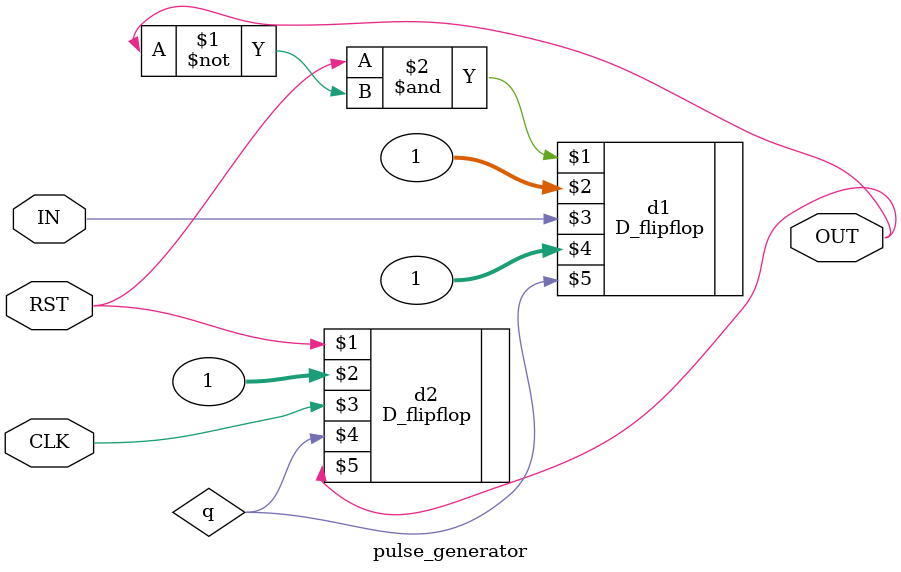
<source format=v>
`timescale 1ns / 1ps


module pulse_generator( //rising edge
    input RST,
    input CLK,
    input IN,
    output OUT
    );

    wire q;
    D_flipflop d1(RST & ~OUT, 1, IN, 1, q, );
    D_flipflop d2(RST, 1, CLK, q, OUT, );

endmodule

</source>
